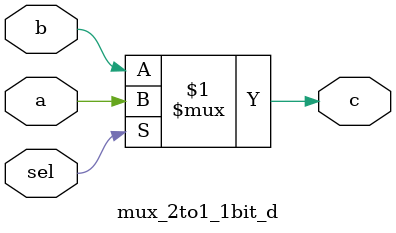
<source format=v>
module mux_2to1_1bit_d(
    input wire a,
    input wire b,
    input wire sel,
    output c
);

    assign c = sel ? a : b;

endmodule


</source>
